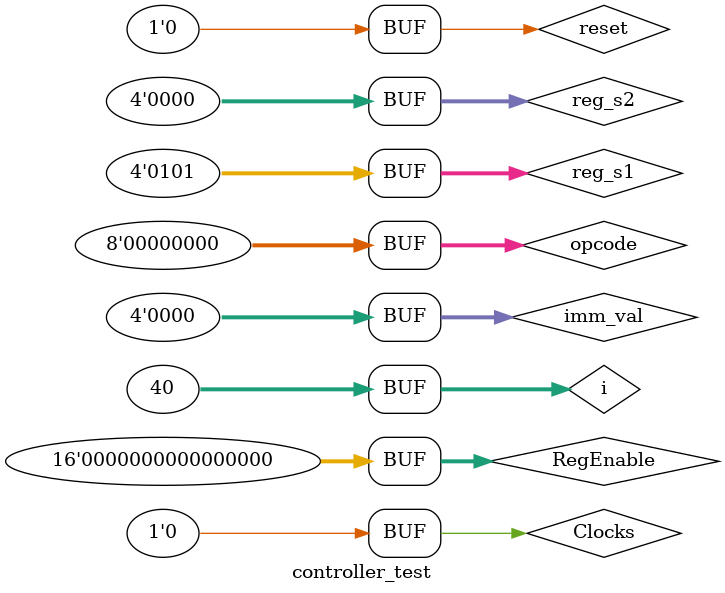
<source format=v>
`timescale 1ns / 1ps


module controller_test;

	// Inputs
	reg [15:0] RegEnable; //This was an input, but changed to wire for FSM
	reg [3:0] reg_s1, reg_s2;
	reg [3:0] imm_val;
	reg [7:0] opcode;
	reg Clocks, reset;
	
	// Outputs
	wire [15:0] r15;		
	wire [15:0] Bus;
	wire [6:0] out1, out2;
	integer i;

	// Instantiate the Unit Under Test (UUT)
	Controller uut (
		.Clocks(Clocks),
		.reset(reset),
		.out1(out1),
		.out2(out2),
		.Bus(Bus)
	);

	initial begin
	
//		reset = 1;
		RegEnable = 0;
		reg_s1 = 5; // Avoid adding with R0 later. 
		reg_s2 = 0;
		imm_val = 0;
		opcode = 0;
		RegEnable = 0; // Select R0 to be written to
		Clocks = 0;
		reset = 0;
		
		#20; 
		
		for (i = 0; i < 40; i = i + 1) begin
			Clocks = ~Clocks;
			#10;
		end
	

	end

endmodule 

</source>
